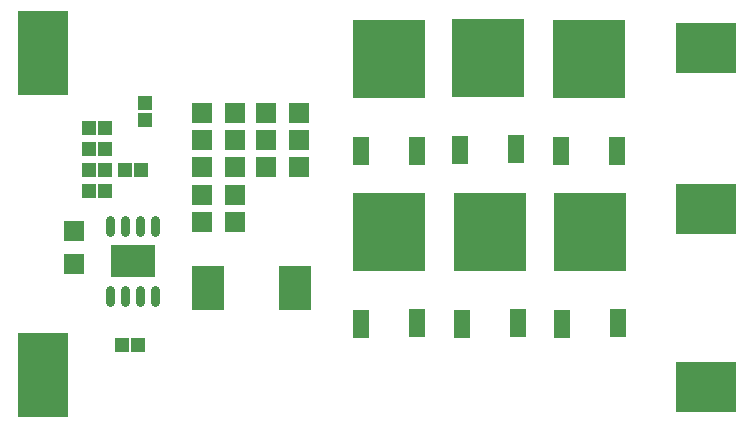
<source format=gts>
G04 Layer: TopSolderMaskLayer*
G04 EasyEDA v5.9.41, Fri, 08 Feb 2019 23:39:09 GMT*
G04 113b46e1fbc2432c9b03807f1b5d6b43*
G04 Gerber Generator version 0.2*
G04 Scale: 100 percent, Rotated: No, Reflected: No *
G04 Dimensions in millimeters *
G04 leading zeros omitted , absolute positions ,3 integer and 3 decimal *
%FSLAX33Y33*%
%MOMM*%
G90*
G71D02*

%ADD48C,0.803199*%
%ADD49R,4.203192X7.203211*%
%ADD50R,5.203190X4.203192*%
%ADD51R,3.703066X2.703195*%
%ADD52R,1.303198X1.203198*%
%ADD53R,1.203198X1.303198*%
%ADD54R,1.803400X1.803400*%
%ADD55R,2.703195X3.703193*%
%ADD56R,1.403198X2.403196*%
%ADD57R,6.203213X6.703187*%

%LPD*%
G54D48*
G01X11938Y16010D02*
G01X11938Y17009D01*
G01X10668Y16010D02*
G01X10668Y17009D01*
G01X9398Y16010D02*
G01X9398Y17009D01*
G01X8128Y16010D02*
G01X8128Y17009D01*
G01X11938Y10066D02*
G01X11938Y11066D01*
G01X10668Y10066D02*
G01X10668Y11066D01*
G01X9398Y10066D02*
G01X9398Y11066D01*
G01X8128Y10066D02*
G01X8128Y11066D01*
G54D49*
G01X2413Y31191D03*
G01X2413Y3886D03*
G54D50*
G01X58547Y31572D03*
G01X58547Y17965D03*
G01X58547Y2870D03*
G54D51*
G01X10033Y13538D03*
G54D52*
G01X11049Y25538D03*
G01X11049Y26937D03*
G54D53*
G01X6284Y19507D03*
G01X7685Y19507D03*
G54D54*
G01X5080Y16078D03*
G01X5080Y13279D03*
G54D53*
G01X10479Y6426D03*
G01X9079Y6426D03*
G01X9332Y21285D03*
G01X10733Y21285D03*
G01X6284Y21285D03*
G01X7685Y21285D03*
G01X6284Y23063D03*
G01X7685Y23063D03*
G01X6284Y24841D03*
G01X7685Y24841D03*
G54D55*
G01X16365Y11252D03*
G01X23766Y11252D03*
G54D54*
G01X15875Y26111D03*
G01X18674Y26111D03*
G54D56*
G01X42494Y23002D03*
G01X37769Y22997D03*
G54D57*
G01X40132Y30749D03*
G54D56*
G01X42621Y8270D03*
G01X37896Y8265D03*
G54D57*
G01X40259Y16017D03*
G54D54*
G01X21336Y23825D03*
G01X24135Y23825D03*
G54D56*
G01X34112Y22875D03*
G01X29387Y22870D03*
G54D57*
G01X31750Y30622D03*
G54D56*
G01X34112Y8270D03*
G01X29387Y8265D03*
G54D57*
G01X31750Y16017D03*
G54D54*
G01X21336Y26105D03*
G01X24136Y26105D03*
G54D56*
G01X51003Y22875D03*
G01X46278Y22870D03*
G54D57*
G01X48641Y30622D03*
G54D56*
G01X51130Y8270D03*
G01X46405Y8265D03*
G54D57*
G01X48768Y16017D03*
G54D54*
G01X21346Y21495D03*
G01X24146Y21495D03*
G01X15875Y23825D03*
G01X18674Y23825D03*
G01X15875Y21539D03*
G01X18674Y21539D03*
G01X15875Y19126D03*
G01X18674Y19126D03*
G01X15875Y16840D03*
G01X18674Y16840D03*
M00*
M02*

</source>
